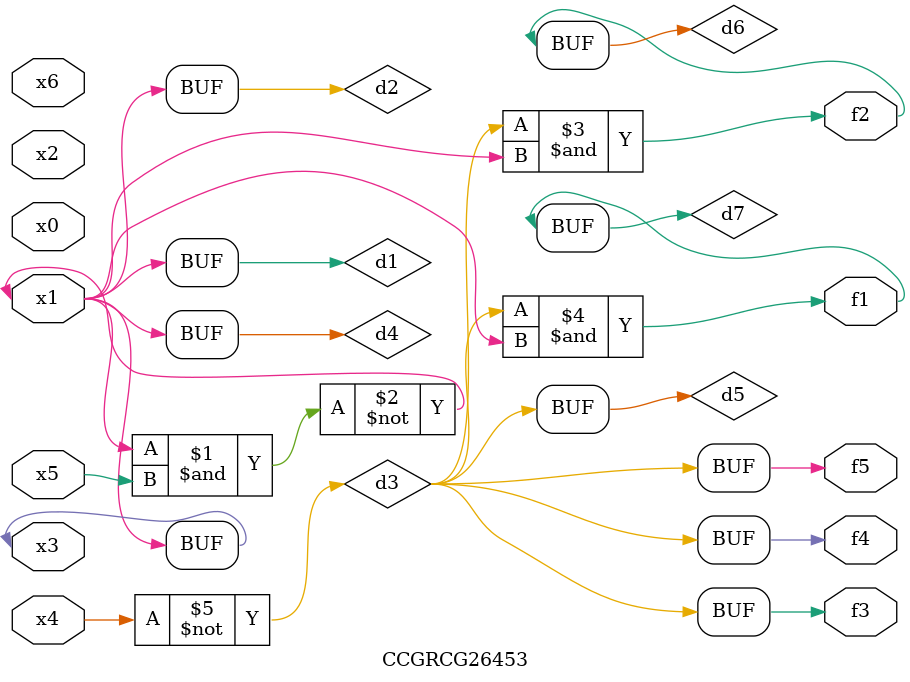
<source format=v>
module CCGRCG26453(
	input x0, x1, x2, x3, x4, x5, x6,
	output f1, f2, f3, f4, f5
);

	wire d1, d2, d3, d4, d5, d6, d7;

	buf (d1, x1, x3);
	nand (d2, x1, x5);
	not (d3, x4);
	buf (d4, d1, d2);
	buf (d5, d3);
	and (d6, d3, d4);
	and (d7, d3, d4);
	assign f1 = d7;
	assign f2 = d6;
	assign f3 = d5;
	assign f4 = d5;
	assign f5 = d5;
endmodule

</source>
